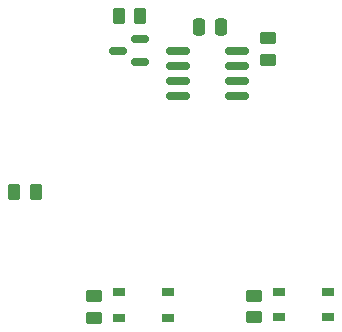
<source format=gbr>
%TF.GenerationSoftware,KiCad,Pcbnew,8.0.6*%
%TF.CreationDate,2024-10-18T13:40:27-03:00*%
%TF.ProjectId,FritzenLab-egg-timer,46726974-7a65-46e4-9c61-622d6567672d,rev?*%
%TF.SameCoordinates,Original*%
%TF.FileFunction,Paste,Top*%
%TF.FilePolarity,Positive*%
%FSLAX46Y46*%
G04 Gerber Fmt 4.6, Leading zero omitted, Abs format (unit mm)*
G04 Created by KiCad (PCBNEW 8.0.6) date 2024-10-18 13:40:27*
%MOMM*%
%LPD*%
G01*
G04 APERTURE LIST*
G04 Aperture macros list*
%AMRoundRect*
0 Rectangle with rounded corners*
0 $1 Rounding radius*
0 $2 $3 $4 $5 $6 $7 $8 $9 X,Y pos of 4 corners*
0 Add a 4 corners polygon primitive as box body*
4,1,4,$2,$3,$4,$5,$6,$7,$8,$9,$2,$3,0*
0 Add four circle primitives for the rounded corners*
1,1,$1+$1,$2,$3*
1,1,$1+$1,$4,$5*
1,1,$1+$1,$6,$7*
1,1,$1+$1,$8,$9*
0 Add four rect primitives between the rounded corners*
20,1,$1+$1,$2,$3,$4,$5,0*
20,1,$1+$1,$4,$5,$6,$7,0*
20,1,$1+$1,$6,$7,$8,$9,0*
20,1,$1+$1,$8,$9,$2,$3,0*%
G04 Aperture macros list end*
%ADD10RoundRect,0.250000X0.450000X-0.262500X0.450000X0.262500X-0.450000X0.262500X-0.450000X-0.262500X0*%
%ADD11RoundRect,0.250000X-0.250000X-0.475000X0.250000X-0.475000X0.250000X0.475000X-0.250000X0.475000X0*%
%ADD12RoundRect,0.250000X-0.450000X0.262500X-0.450000X-0.262500X0.450000X-0.262500X0.450000X0.262500X0*%
%ADD13RoundRect,0.150000X0.587500X0.150000X-0.587500X0.150000X-0.587500X-0.150000X0.587500X-0.150000X0*%
%ADD14R,1.050000X0.650000*%
%ADD15RoundRect,0.150000X-0.825000X-0.150000X0.825000X-0.150000X0.825000X0.150000X-0.825000X0.150000X0*%
%ADD16RoundRect,0.250000X-0.262500X-0.450000X0.262500X-0.450000X0.262500X0.450000X-0.262500X0.450000X0*%
%ADD17RoundRect,0.250000X0.262500X0.450000X-0.262500X0.450000X-0.262500X-0.450000X0.262500X-0.450000X0*%
G04 APERTURE END LIST*
D10*
%TO.C,R2*%
X94325000Y-45007500D03*
X94325000Y-43182500D03*
%TD*%
D11*
%TO.C,C1*%
X88475000Y-42245000D03*
X90375000Y-42245000D03*
%TD*%
D12*
%TO.C,R3*%
X79625000Y-65062500D03*
X79625000Y-66887500D03*
%TD*%
D13*
%TO.C,Q1*%
X83525000Y-45200000D03*
X83525000Y-43300000D03*
X81650000Y-44250000D03*
%TD*%
D14*
%TO.C,SW2*%
X85900000Y-66850000D03*
X81750000Y-66850000D03*
X85900000Y-64700000D03*
X81750000Y-64700000D03*
%TD*%
D15*
%TO.C,U1*%
X86725000Y-44295000D03*
X86725000Y-45565000D03*
X86725000Y-46835000D03*
X86725000Y-48105000D03*
X91675000Y-48105000D03*
X91675000Y-46835000D03*
X91675000Y-45565000D03*
X91675000Y-44295000D03*
%TD*%
D12*
%TO.C,R4*%
X93125000Y-65012500D03*
X93125000Y-66837500D03*
%TD*%
D16*
%TO.C,R5*%
X81687500Y-41300000D03*
X83512500Y-41300000D03*
%TD*%
D17*
%TO.C,R1*%
X74677500Y-56200000D03*
X72852500Y-56200000D03*
%TD*%
D14*
%TO.C,SW1*%
X99400000Y-66800000D03*
X95250000Y-66800000D03*
X99400000Y-64650000D03*
X95250000Y-64650000D03*
%TD*%
M02*

</source>
